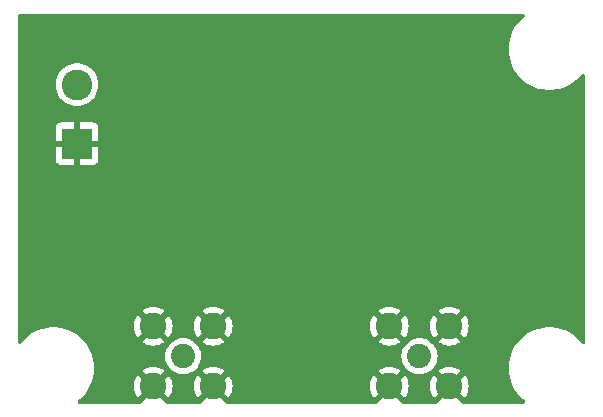
<source format=gbr>
%TF.GenerationSoftware,KiCad,Pcbnew,8.0.2*%
%TF.CreationDate,2025-01-11T01:21:35-03:00*%
%TF.ProjectId,LED,4c45442e-6b69-4636-9164-5f7063625858,rev?*%
%TF.SameCoordinates,Original*%
%TF.FileFunction,Copper,L2,Bot*%
%TF.FilePolarity,Positive*%
%FSLAX46Y46*%
G04 Gerber Fmt 4.6, Leading zero omitted, Abs format (unit mm)*
G04 Created by KiCad (PCBNEW 8.0.2) date 2025-01-11 01:21:35*
%MOMM*%
%LPD*%
G01*
G04 APERTURE LIST*
%TA.AperFunction,ComponentPad*%
%ADD10R,2.600000X2.600000*%
%TD*%
%TA.AperFunction,ComponentPad*%
%ADD11C,2.600000*%
%TD*%
%TA.AperFunction,ComponentPad*%
%ADD12C,2.050000*%
%TD*%
%TA.AperFunction,ComponentPad*%
%ADD13C,2.250000*%
%TD*%
%TA.AperFunction,ViaPad*%
%ADD14C,0.600000*%
%TD*%
G04 APERTURE END LIST*
D10*
%TO.P,J3,1,Pin_1*%
%TO.N,GND*%
X141000000Y-97000000D03*
D11*
%TO.P,J3,2,Pin_2*%
%TO.N,Net-(J3-Pin_2)*%
X141000000Y-92000000D03*
%TD*%
D12*
%TO.P,J2,1,In*%
%TO.N,Net-(J2-In)*%
X150000000Y-115000000D03*
D13*
%TO.P,J2,2,Ext*%
%TO.N,GND*%
X152540000Y-117540000D03*
X147460000Y-117540000D03*
X152540000Y-112460000D03*
X147460000Y-112460000D03*
%TD*%
D12*
%TO.P,J1,1,In*%
%TO.N,Net-(J1-In)*%
X170000000Y-115000000D03*
D13*
%TO.P,J1,2,Ext*%
%TO.N,GND*%
X172540000Y-117540000D03*
X167460000Y-117540000D03*
X172540000Y-112460000D03*
X167460000Y-112460000D03*
%TD*%
D14*
%TO.N,GND*%
X152000000Y-102000000D03*
X171000000Y-102000000D03*
X175000000Y-103000000D03*
X166000000Y-104000000D03*
X148000000Y-101000000D03*
X173000000Y-104000000D03*
X150000000Y-100000000D03*
X165000000Y-103000000D03*
X174000000Y-105000000D03*
X145000000Y-106000000D03*
X148000000Y-102000000D03*
X151000000Y-101000000D03*
X171000000Y-100000000D03*
X172000000Y-103000000D03*
X147000000Y-104000000D03*
X149000000Y-102000000D03*
X148000000Y-103000000D03*
X168000000Y-102000000D03*
X173000000Y-105000000D03*
X146000000Y-105000000D03*
X146000000Y-102000000D03*
X166000000Y-103000000D03*
X167000000Y-104000000D03*
X147000000Y-103000000D03*
X170000000Y-100000000D03*
X145000000Y-104000000D03*
X174000000Y-102000000D03*
X175000000Y-104000000D03*
X169000000Y-100000000D03*
X153000000Y-105000000D03*
X154000000Y-102000000D03*
X150000000Y-104000000D03*
X167000000Y-103000000D03*
X173000000Y-106000000D03*
X147000000Y-101000000D03*
X169000000Y-104000000D03*
X167000000Y-101000000D03*
X146000000Y-104000000D03*
X171000000Y-101000000D03*
X170000000Y-102000000D03*
X148000000Y-100000000D03*
X168000000Y-100000000D03*
X155000000Y-103000000D03*
X146000000Y-106000000D03*
X173000000Y-101000000D03*
X150000000Y-102000000D03*
X152000000Y-100000000D03*
X167000000Y-102000000D03*
X170000000Y-101000000D03*
X166000000Y-102000000D03*
X149000000Y-101000000D03*
X168000000Y-101000000D03*
X169000000Y-102000000D03*
X174000000Y-103000000D03*
X169000000Y-101000000D03*
X149000000Y-104000000D03*
X150000000Y-101000000D03*
X174000000Y-104000000D03*
X145000000Y-103000000D03*
X149000000Y-100000000D03*
X173000000Y-102000000D03*
X152000000Y-104000000D03*
X168000000Y-103000000D03*
X172000000Y-102000000D03*
X175000000Y-105000000D03*
X171000000Y-104000000D03*
X147000000Y-102000000D03*
X167000000Y-105000000D03*
X174000000Y-106000000D03*
X172000000Y-101000000D03*
X151000000Y-102000000D03*
X151000000Y-104000000D03*
X152000000Y-101000000D03*
X147000000Y-105000000D03*
X153000000Y-101000000D03*
X152000000Y-103000000D03*
X147000000Y-106000000D03*
X153000000Y-103000000D03*
X151000000Y-100000000D03*
X165000000Y-104000000D03*
X153000000Y-102000000D03*
X148000000Y-104000000D03*
X173000000Y-103000000D03*
X154000000Y-103000000D03*
X153000000Y-104000000D03*
X170000000Y-104000000D03*
X146000000Y-103000000D03*
X145000000Y-105000000D03*
X175000000Y-106000000D03*
X155000000Y-104000000D03*
X154000000Y-104000000D03*
X172000000Y-100000000D03*
X168000000Y-104000000D03*
X172000000Y-104000000D03*
%TD*%
%TA.AperFunction,Conductor*%
%TO.N,GND*%
G36*
X178877052Y-86019962D02*
G01*
X178931590Y-86074500D01*
X178951552Y-86149000D01*
X178931590Y-86223500D01*
X178892723Y-86267618D01*
X178762912Y-86366297D01*
X178491275Y-86623604D01*
X178249039Y-86908787D01*
X178249038Y-86908788D01*
X178039071Y-87218469D01*
X178039070Y-87218470D01*
X177863815Y-87549036D01*
X177863811Y-87549043D01*
X177725320Y-87896631D01*
X177625221Y-88257151D01*
X177625220Y-88257156D01*
X177564689Y-88626386D01*
X177564688Y-88626396D01*
X177544432Y-88999991D01*
X177544432Y-89000008D01*
X177564688Y-89373603D01*
X177564689Y-89373613D01*
X177625220Y-89742843D01*
X177625221Y-89742848D01*
X177725320Y-90103368D01*
X177863811Y-90450956D01*
X177863815Y-90450963D01*
X178039070Y-90781529D01*
X178039071Y-90781530D01*
X178249038Y-91091211D01*
X178249039Y-91091212D01*
X178249043Y-91091217D01*
X178249046Y-91091221D01*
X178305031Y-91157131D01*
X178491275Y-91376395D01*
X178762912Y-91633702D01*
X179060778Y-91860135D01*
X179381377Y-92053033D01*
X179381381Y-92053035D01*
X179381383Y-92053036D01*
X179720962Y-92210142D01*
X180075538Y-92329613D01*
X180440951Y-92410046D01*
X180812919Y-92450500D01*
X180812928Y-92450500D01*
X181187072Y-92450500D01*
X181187081Y-92450500D01*
X181559049Y-92410046D01*
X181924462Y-92329613D01*
X182279038Y-92210142D01*
X182618617Y-92053036D01*
X182939220Y-91860136D01*
X183237087Y-91633703D01*
X183508727Y-91376392D01*
X183737438Y-91107132D01*
X183800882Y-91063275D01*
X183877756Y-91057015D01*
X183947460Y-91090031D01*
X183991318Y-91153475D01*
X184000000Y-91203593D01*
X184000000Y-113796406D01*
X183980038Y-113870906D01*
X183925500Y-113925444D01*
X183851000Y-113945406D01*
X183776500Y-113925444D01*
X183737438Y-113892867D01*
X183698073Y-113846523D01*
X183508727Y-113623608D01*
X183425399Y-113544676D01*
X183237087Y-113366297D01*
X182939221Y-113139864D01*
X182618622Y-112946966D01*
X182279038Y-112789858D01*
X181924466Y-112670388D01*
X181924463Y-112670387D01*
X181924462Y-112670387D01*
X181795860Y-112642079D01*
X181559050Y-112589954D01*
X181187081Y-112549500D01*
X180812919Y-112549500D01*
X180812918Y-112549500D01*
X180440949Y-112589954D01*
X180440948Y-112589954D01*
X180075533Y-112670388D01*
X179720961Y-112789858D01*
X179381377Y-112946966D01*
X179060778Y-113139864D01*
X178762912Y-113366297D01*
X178491275Y-113623604D01*
X178249039Y-113908787D01*
X178249038Y-113908788D01*
X178039071Y-114218469D01*
X178039070Y-114218470D01*
X177863815Y-114549036D01*
X177863811Y-114549043D01*
X177725320Y-114896631D01*
X177625221Y-115257151D01*
X177625220Y-115257156D01*
X177564689Y-115626386D01*
X177564688Y-115626396D01*
X177544432Y-115999991D01*
X177544432Y-116000008D01*
X177564688Y-116373603D01*
X177564689Y-116373613D01*
X177625220Y-116742843D01*
X177625221Y-116742848D01*
X177725320Y-117103368D01*
X177863811Y-117450956D01*
X177863815Y-117450963D01*
X178039070Y-117781529D01*
X178039071Y-117781530D01*
X178249038Y-118091211D01*
X178249039Y-118091212D01*
X178249043Y-118091217D01*
X178249046Y-118091221D01*
X178305031Y-118157131D01*
X178491275Y-118376395D01*
X178762912Y-118633702D01*
X178892723Y-118732382D01*
X178939951Y-118793360D01*
X178950364Y-118869782D01*
X178921170Y-118941171D01*
X178860192Y-118988399D01*
X178802552Y-119000000D01*
X173651202Y-119000000D01*
X173576702Y-118980038D01*
X173522164Y-118925500D01*
X173503943Y-118857498D01*
X172940561Y-118294115D01*
X172942626Y-118293260D01*
X173081844Y-118200238D01*
X173200238Y-118081844D01*
X173293260Y-117942626D01*
X173294115Y-117940560D01*
X173855466Y-118501911D01*
X173858719Y-118498102D01*
X173858722Y-118498098D01*
X173992361Y-118280018D01*
X173992364Y-118280013D01*
X174090244Y-118043707D01*
X174149955Y-117794997D01*
X174170024Y-117540000D01*
X174149955Y-117285002D01*
X174090244Y-117036292D01*
X173992365Y-116799988D01*
X173858717Y-116581893D01*
X173858713Y-116581888D01*
X173855466Y-116578087D01*
X173294114Y-117139437D01*
X173293260Y-117137374D01*
X173200238Y-116998156D01*
X173081844Y-116879762D01*
X172942626Y-116786740D01*
X172940560Y-116785884D01*
X173501912Y-116224533D01*
X173501911Y-116224532D01*
X173498107Y-116221283D01*
X173280018Y-116087638D01*
X173280013Y-116087635D01*
X173043707Y-115989755D01*
X172794997Y-115930044D01*
X172540000Y-115909975D01*
X172285002Y-115930044D01*
X172036292Y-115989755D01*
X171799986Y-116087635D01*
X171799981Y-116087638D01*
X171581897Y-116221279D01*
X171581896Y-116221280D01*
X171578087Y-116224532D01*
X171578087Y-116224533D01*
X172139438Y-116785884D01*
X172137374Y-116786740D01*
X171998156Y-116879762D01*
X171879762Y-116998156D01*
X171786740Y-117137374D01*
X171785884Y-117139438D01*
X171224533Y-116578087D01*
X171224532Y-116578087D01*
X171221280Y-116581896D01*
X171221279Y-116581897D01*
X171087638Y-116799981D01*
X171087635Y-116799986D01*
X170989755Y-117036292D01*
X170930044Y-117285002D01*
X170909975Y-117540000D01*
X170930044Y-117794997D01*
X170989755Y-118043707D01*
X171087635Y-118280013D01*
X171087638Y-118280018D01*
X171221283Y-118498107D01*
X171224532Y-118501911D01*
X171224533Y-118501912D01*
X171785884Y-117940560D01*
X171786740Y-117942626D01*
X171879762Y-118081844D01*
X171998156Y-118200238D01*
X172137374Y-118293260D01*
X172139438Y-118294114D01*
X171574545Y-118859008D01*
X171560662Y-118920373D01*
X171508309Y-118977011D01*
X171434651Y-118999885D01*
X171428797Y-119000000D01*
X168571202Y-119000000D01*
X168496702Y-118980038D01*
X168442164Y-118925500D01*
X168423943Y-118857498D01*
X167860561Y-118294115D01*
X167862626Y-118293260D01*
X168001844Y-118200238D01*
X168120238Y-118081844D01*
X168213260Y-117942626D01*
X168214115Y-117940560D01*
X168775466Y-118501911D01*
X168778719Y-118498102D01*
X168778722Y-118498098D01*
X168912361Y-118280018D01*
X168912364Y-118280013D01*
X169010244Y-118043707D01*
X169069955Y-117794997D01*
X169090024Y-117540000D01*
X169069955Y-117285002D01*
X169010244Y-117036292D01*
X168912365Y-116799988D01*
X168778717Y-116581893D01*
X168778713Y-116581888D01*
X168775466Y-116578087D01*
X168214114Y-117139437D01*
X168213260Y-117137374D01*
X168120238Y-116998156D01*
X168001844Y-116879762D01*
X167862626Y-116786740D01*
X167860560Y-116785884D01*
X168421912Y-116224533D01*
X168421911Y-116224532D01*
X168418107Y-116221283D01*
X168200018Y-116087638D01*
X168200013Y-116087635D01*
X167963707Y-115989755D01*
X167714997Y-115930044D01*
X167460000Y-115909975D01*
X167205002Y-115930044D01*
X166956292Y-115989755D01*
X166719986Y-116087635D01*
X166719981Y-116087638D01*
X166501897Y-116221279D01*
X166501896Y-116221280D01*
X166498087Y-116224532D01*
X166498087Y-116224533D01*
X167059438Y-116785884D01*
X167057374Y-116786740D01*
X166918156Y-116879762D01*
X166799762Y-116998156D01*
X166706740Y-117137374D01*
X166705884Y-117139438D01*
X166144533Y-116578087D01*
X166144532Y-116578087D01*
X166141280Y-116581896D01*
X166141279Y-116581897D01*
X166007638Y-116799981D01*
X166007635Y-116799986D01*
X165909755Y-117036292D01*
X165850044Y-117285002D01*
X165829975Y-117540000D01*
X165850044Y-117794997D01*
X165909755Y-118043707D01*
X166007635Y-118280013D01*
X166007638Y-118280018D01*
X166141283Y-118498107D01*
X166144532Y-118501911D01*
X166144533Y-118501912D01*
X166705884Y-117940560D01*
X166706740Y-117942626D01*
X166799762Y-118081844D01*
X166918156Y-118200238D01*
X167057374Y-118293260D01*
X167059438Y-118294114D01*
X166494545Y-118859008D01*
X166480662Y-118920373D01*
X166428309Y-118977011D01*
X166354651Y-118999885D01*
X166348797Y-119000000D01*
X153651202Y-119000000D01*
X153576702Y-118980038D01*
X153522164Y-118925500D01*
X153503943Y-118857498D01*
X152940561Y-118294115D01*
X152942626Y-118293260D01*
X153081844Y-118200238D01*
X153200238Y-118081844D01*
X153293260Y-117942626D01*
X153294115Y-117940560D01*
X153855466Y-118501911D01*
X153858719Y-118498102D01*
X153858722Y-118498098D01*
X153992361Y-118280018D01*
X153992364Y-118280013D01*
X154090244Y-118043707D01*
X154149955Y-117794997D01*
X154170024Y-117540000D01*
X154149955Y-117285002D01*
X154090244Y-117036292D01*
X153992365Y-116799988D01*
X153858717Y-116581893D01*
X153858713Y-116581888D01*
X153855466Y-116578087D01*
X153294114Y-117139437D01*
X153293260Y-117137374D01*
X153200238Y-116998156D01*
X153081844Y-116879762D01*
X152942626Y-116786740D01*
X152940560Y-116785884D01*
X153501912Y-116224533D01*
X153501911Y-116224532D01*
X153498107Y-116221283D01*
X153280018Y-116087638D01*
X153280013Y-116087635D01*
X153043707Y-115989755D01*
X152794997Y-115930044D01*
X152540000Y-115909975D01*
X152285002Y-115930044D01*
X152036292Y-115989755D01*
X151799986Y-116087635D01*
X151799981Y-116087638D01*
X151581897Y-116221279D01*
X151581896Y-116221280D01*
X151578087Y-116224532D01*
X151578087Y-116224533D01*
X152139438Y-116785884D01*
X152137374Y-116786740D01*
X151998156Y-116879762D01*
X151879762Y-116998156D01*
X151786740Y-117137374D01*
X151785884Y-117139438D01*
X151224533Y-116578087D01*
X151224532Y-116578087D01*
X151221280Y-116581896D01*
X151221279Y-116581897D01*
X151087638Y-116799981D01*
X151087635Y-116799986D01*
X150989755Y-117036292D01*
X150930044Y-117285002D01*
X150909975Y-117540000D01*
X150930044Y-117794997D01*
X150989755Y-118043707D01*
X151087635Y-118280013D01*
X151087638Y-118280018D01*
X151221283Y-118498107D01*
X151224532Y-118501911D01*
X151224533Y-118501912D01*
X151785884Y-117940560D01*
X151786740Y-117942626D01*
X151879762Y-118081844D01*
X151998156Y-118200238D01*
X152137374Y-118293260D01*
X152139438Y-118294114D01*
X151574545Y-118859008D01*
X151560662Y-118920373D01*
X151508309Y-118977011D01*
X151434651Y-118999885D01*
X151428797Y-119000000D01*
X148571202Y-119000000D01*
X148496702Y-118980038D01*
X148442164Y-118925500D01*
X148423943Y-118857498D01*
X147860561Y-118294115D01*
X147862626Y-118293260D01*
X148001844Y-118200238D01*
X148120238Y-118081844D01*
X148213260Y-117942626D01*
X148214115Y-117940560D01*
X148775466Y-118501911D01*
X148778719Y-118498102D01*
X148778722Y-118498098D01*
X148912361Y-118280018D01*
X148912364Y-118280013D01*
X149010244Y-118043707D01*
X149069955Y-117794997D01*
X149090024Y-117540000D01*
X149069955Y-117285002D01*
X149010244Y-117036292D01*
X148912365Y-116799988D01*
X148778717Y-116581893D01*
X148778713Y-116581888D01*
X148775466Y-116578087D01*
X148214114Y-117139437D01*
X148213260Y-117137374D01*
X148120238Y-116998156D01*
X148001844Y-116879762D01*
X147862626Y-116786740D01*
X147860560Y-116785884D01*
X148421912Y-116224533D01*
X148421911Y-116224532D01*
X148418107Y-116221283D01*
X148200018Y-116087638D01*
X148200013Y-116087635D01*
X147963707Y-115989755D01*
X147714997Y-115930044D01*
X147460000Y-115909975D01*
X147205002Y-115930044D01*
X146956292Y-115989755D01*
X146719986Y-116087635D01*
X146719981Y-116087638D01*
X146501897Y-116221279D01*
X146501896Y-116221280D01*
X146498087Y-116224532D01*
X146498087Y-116224533D01*
X147059438Y-116785884D01*
X147057374Y-116786740D01*
X146918156Y-116879762D01*
X146799762Y-116998156D01*
X146706740Y-117137374D01*
X146705884Y-117139438D01*
X146144533Y-116578087D01*
X146144532Y-116578087D01*
X146141280Y-116581896D01*
X146141279Y-116581897D01*
X146007638Y-116799981D01*
X146007635Y-116799986D01*
X145909755Y-117036292D01*
X145850044Y-117285002D01*
X145829975Y-117540000D01*
X145850044Y-117794997D01*
X145909755Y-118043707D01*
X146007635Y-118280013D01*
X146007638Y-118280018D01*
X146141283Y-118498107D01*
X146144532Y-118501911D01*
X146144533Y-118501912D01*
X146705884Y-117940560D01*
X146706740Y-117942626D01*
X146799762Y-118081844D01*
X146918156Y-118200238D01*
X147057374Y-118293260D01*
X147059438Y-118294114D01*
X146494545Y-118859008D01*
X146480662Y-118920373D01*
X146428309Y-118977011D01*
X146354651Y-118999885D01*
X146348797Y-119000000D01*
X141197448Y-119000000D01*
X141122948Y-118980038D01*
X141068410Y-118925500D01*
X141048448Y-118851000D01*
X141068410Y-118776500D01*
X141107277Y-118732382D01*
X141237087Y-118633703D01*
X141508727Y-118376392D01*
X141750954Y-118091221D01*
X141960928Y-117781531D01*
X142136189Y-117450955D01*
X142274680Y-117103368D01*
X142374779Y-116742845D01*
X142435311Y-116373613D01*
X142449347Y-116114734D01*
X142455568Y-116000008D01*
X142455568Y-115999991D01*
X142439015Y-115694700D01*
X142435311Y-115626387D01*
X142374779Y-115257155D01*
X142303380Y-115000000D01*
X148469783Y-115000000D01*
X148488623Y-115239382D01*
X148488625Y-115239389D01*
X148544673Y-115472851D01*
X148544676Y-115472860D01*
X148636564Y-115694698D01*
X148636565Y-115694700D01*
X148762029Y-115899441D01*
X148847915Y-116000000D01*
X148917973Y-116082027D01*
X149009267Y-116159999D01*
X149100558Y-116237970D01*
X149100560Y-116237971D01*
X149100561Y-116237972D01*
X149305296Y-116363433D01*
X149527137Y-116455323D01*
X149527144Y-116455324D01*
X149527148Y-116455326D01*
X149643879Y-116483350D01*
X149760621Y-116511377D01*
X150000000Y-116530217D01*
X150239379Y-116511377D01*
X150472863Y-116455323D01*
X150694704Y-116363433D01*
X150899439Y-116237972D01*
X151082027Y-116082027D01*
X151237972Y-115899439D01*
X151363433Y-115694704D01*
X151455323Y-115472863D01*
X151511377Y-115239379D01*
X151530217Y-115000000D01*
X168469783Y-115000000D01*
X168488623Y-115239382D01*
X168488625Y-115239389D01*
X168544673Y-115472851D01*
X168544676Y-115472860D01*
X168636564Y-115694698D01*
X168636565Y-115694700D01*
X168762029Y-115899441D01*
X168847915Y-116000000D01*
X168917973Y-116082027D01*
X169009267Y-116159999D01*
X169100558Y-116237970D01*
X169100560Y-116237971D01*
X169100561Y-116237972D01*
X169305296Y-116363433D01*
X169527137Y-116455323D01*
X169527144Y-116455324D01*
X169527148Y-116455326D01*
X169643879Y-116483350D01*
X169760621Y-116511377D01*
X170000000Y-116530217D01*
X170239379Y-116511377D01*
X170472863Y-116455323D01*
X170694704Y-116363433D01*
X170899439Y-116237972D01*
X171082027Y-116082027D01*
X171237972Y-115899439D01*
X171363433Y-115694704D01*
X171455323Y-115472863D01*
X171511377Y-115239379D01*
X171530217Y-115000000D01*
X171511377Y-114760621D01*
X171460582Y-114549043D01*
X171455326Y-114527148D01*
X171455323Y-114527139D01*
X171455323Y-114527137D01*
X171363433Y-114305296D01*
X171237972Y-114100561D01*
X171237971Y-114100560D01*
X171237970Y-114100558D01*
X171103388Y-113942984D01*
X171082027Y-113917973D01*
X170998370Y-113846523D01*
X170899441Y-113762029D01*
X170781398Y-113689693D01*
X170694704Y-113636567D01*
X170694701Y-113636566D01*
X170694700Y-113636565D01*
X170694698Y-113636564D01*
X170541115Y-113572948D01*
X170472863Y-113544677D01*
X170472861Y-113544676D01*
X170472860Y-113544676D01*
X170472851Y-113544673D01*
X170239389Y-113488625D01*
X170239382Y-113488623D01*
X170000000Y-113469783D01*
X169760617Y-113488623D01*
X169760610Y-113488625D01*
X169527148Y-113544673D01*
X169527139Y-113544676D01*
X169305301Y-113636564D01*
X169305299Y-113636565D01*
X169100558Y-113762029D01*
X168917976Y-113917970D01*
X168917970Y-113917976D01*
X168762029Y-114100558D01*
X168636565Y-114305299D01*
X168636564Y-114305301D01*
X168544676Y-114527139D01*
X168544673Y-114527148D01*
X168488625Y-114760610D01*
X168488623Y-114760617D01*
X168469783Y-115000000D01*
X151530217Y-115000000D01*
X151511377Y-114760621D01*
X151460582Y-114549043D01*
X151455326Y-114527148D01*
X151455323Y-114527139D01*
X151455323Y-114527137D01*
X151363433Y-114305296D01*
X151237972Y-114100561D01*
X151237971Y-114100560D01*
X151237970Y-114100558D01*
X151103388Y-113942984D01*
X151082027Y-113917973D01*
X150998370Y-113846523D01*
X150899441Y-113762029D01*
X150781398Y-113689693D01*
X150694704Y-113636567D01*
X150694701Y-113636566D01*
X150694700Y-113636565D01*
X150694698Y-113636564D01*
X150541115Y-113572948D01*
X150472863Y-113544677D01*
X150472861Y-113544676D01*
X150472860Y-113544676D01*
X150472851Y-113544673D01*
X150239389Y-113488625D01*
X150239382Y-113488623D01*
X150000000Y-113469783D01*
X149760617Y-113488623D01*
X149760610Y-113488625D01*
X149527148Y-113544673D01*
X149527139Y-113544676D01*
X149305301Y-113636564D01*
X149305299Y-113636565D01*
X149100558Y-113762029D01*
X148917976Y-113917970D01*
X148917970Y-113917976D01*
X148762029Y-114100558D01*
X148636565Y-114305299D01*
X148636564Y-114305301D01*
X148544676Y-114527139D01*
X148544673Y-114527148D01*
X148488625Y-114760610D01*
X148488623Y-114760617D01*
X148469783Y-115000000D01*
X142303380Y-115000000D01*
X142274680Y-114896632D01*
X142136189Y-114549045D01*
X142006961Y-114305296D01*
X141960929Y-114218470D01*
X141960928Y-114218469D01*
X141750961Y-113908788D01*
X141750960Y-113908787D01*
X141750957Y-113908783D01*
X141750954Y-113908779D01*
X141589469Y-113718665D01*
X141508724Y-113623604D01*
X141237087Y-113366297D01*
X140939221Y-113139864D01*
X140618622Y-112946966D01*
X140279038Y-112789858D01*
X139924466Y-112670388D01*
X139924463Y-112670387D01*
X139924462Y-112670387D01*
X139795860Y-112642079D01*
X139559050Y-112589954D01*
X139187081Y-112549500D01*
X138812919Y-112549500D01*
X138812918Y-112549500D01*
X138440949Y-112589954D01*
X138440948Y-112589954D01*
X138075533Y-112670388D01*
X137720961Y-112789858D01*
X137381377Y-112946966D01*
X137060778Y-113139864D01*
X136762912Y-113366297D01*
X136491275Y-113623605D01*
X136262562Y-113892867D01*
X136199117Y-113936724D01*
X136122244Y-113942984D01*
X136052539Y-113909968D01*
X136008682Y-113846523D01*
X136000000Y-113796406D01*
X136000000Y-112460000D01*
X145829975Y-112460000D01*
X145850044Y-112714997D01*
X145909755Y-112963707D01*
X146007635Y-113200013D01*
X146007638Y-113200018D01*
X146141283Y-113418107D01*
X146144532Y-113421911D01*
X146144533Y-113421912D01*
X146705884Y-112860560D01*
X146706740Y-112862626D01*
X146799762Y-113001844D01*
X146918156Y-113120238D01*
X147057374Y-113213260D01*
X147059438Y-113214114D01*
X146498087Y-113775466D01*
X146498087Y-113775467D01*
X146501888Y-113778713D01*
X146501893Y-113778717D01*
X146719988Y-113912365D01*
X146956292Y-114010244D01*
X147205002Y-114069955D01*
X147460000Y-114090024D01*
X147714997Y-114069955D01*
X147963707Y-114010244D01*
X148200013Y-113912364D01*
X148200018Y-113912361D01*
X148418098Y-113778722D01*
X148418102Y-113778719D01*
X148421911Y-113775466D01*
X147860561Y-113214115D01*
X147862626Y-113213260D01*
X148001844Y-113120238D01*
X148120238Y-113001844D01*
X148213260Y-112862626D01*
X148214115Y-112860560D01*
X148775466Y-113421911D01*
X148778719Y-113418102D01*
X148778722Y-113418098D01*
X148912361Y-113200018D01*
X148912364Y-113200013D01*
X149010244Y-112963707D01*
X149069955Y-112714997D01*
X149090024Y-112460000D01*
X150909975Y-112460000D01*
X150930044Y-112714997D01*
X150989755Y-112963707D01*
X151087635Y-113200013D01*
X151087638Y-113200018D01*
X151221283Y-113418107D01*
X151224532Y-113421911D01*
X151224533Y-113421912D01*
X151785884Y-112860560D01*
X151786740Y-112862626D01*
X151879762Y-113001844D01*
X151998156Y-113120238D01*
X152137374Y-113213260D01*
X152139438Y-113214114D01*
X151578087Y-113775466D01*
X151578087Y-113775467D01*
X151581888Y-113778713D01*
X151581893Y-113778717D01*
X151799988Y-113912365D01*
X152036292Y-114010244D01*
X152285002Y-114069955D01*
X152540000Y-114090024D01*
X152794997Y-114069955D01*
X153043707Y-114010244D01*
X153280013Y-113912364D01*
X153280018Y-113912361D01*
X153498098Y-113778722D01*
X153498102Y-113778719D01*
X153501911Y-113775466D01*
X152940561Y-113214115D01*
X152942626Y-113213260D01*
X153081844Y-113120238D01*
X153200238Y-113001844D01*
X153293260Y-112862626D01*
X153294115Y-112860560D01*
X153855466Y-113421911D01*
X153858719Y-113418102D01*
X153858722Y-113418098D01*
X153992361Y-113200018D01*
X153992364Y-113200013D01*
X154090244Y-112963707D01*
X154149955Y-112714997D01*
X154170024Y-112460000D01*
X165829975Y-112460000D01*
X165850044Y-112714997D01*
X165909755Y-112963707D01*
X166007635Y-113200013D01*
X166007638Y-113200018D01*
X166141283Y-113418107D01*
X166144532Y-113421911D01*
X166144533Y-113421912D01*
X166705884Y-112860560D01*
X166706740Y-112862626D01*
X166799762Y-113001844D01*
X166918156Y-113120238D01*
X167057374Y-113213260D01*
X167059438Y-113214114D01*
X166498087Y-113775466D01*
X166498087Y-113775467D01*
X166501888Y-113778713D01*
X166501893Y-113778717D01*
X166719988Y-113912365D01*
X166956292Y-114010244D01*
X167205002Y-114069955D01*
X167460000Y-114090024D01*
X167714997Y-114069955D01*
X167963707Y-114010244D01*
X168200013Y-113912364D01*
X168200018Y-113912361D01*
X168418098Y-113778722D01*
X168418102Y-113778719D01*
X168421911Y-113775466D01*
X167860561Y-113214115D01*
X167862626Y-113213260D01*
X168001844Y-113120238D01*
X168120238Y-113001844D01*
X168213260Y-112862626D01*
X168214115Y-112860560D01*
X168775466Y-113421911D01*
X168778719Y-113418102D01*
X168778722Y-113418098D01*
X168912361Y-113200018D01*
X168912364Y-113200013D01*
X169010244Y-112963707D01*
X169069955Y-112714997D01*
X169090024Y-112460000D01*
X170909975Y-112460000D01*
X170930044Y-112714997D01*
X170989755Y-112963707D01*
X171087635Y-113200013D01*
X171087638Y-113200018D01*
X171221283Y-113418107D01*
X171224532Y-113421911D01*
X171224533Y-113421912D01*
X171785884Y-112860560D01*
X171786740Y-112862626D01*
X171879762Y-113001844D01*
X171998156Y-113120238D01*
X172137374Y-113213260D01*
X172139438Y-113214114D01*
X171578087Y-113775466D01*
X171578087Y-113775467D01*
X171581888Y-113778713D01*
X171581893Y-113778717D01*
X171799988Y-113912365D01*
X172036292Y-114010244D01*
X172285002Y-114069955D01*
X172540000Y-114090024D01*
X172794997Y-114069955D01*
X173043707Y-114010244D01*
X173280013Y-113912364D01*
X173280018Y-113912361D01*
X173498098Y-113778722D01*
X173498102Y-113778719D01*
X173501911Y-113775466D01*
X172940561Y-113214115D01*
X172942626Y-113213260D01*
X173081844Y-113120238D01*
X173200238Y-113001844D01*
X173293260Y-112862626D01*
X173294115Y-112860560D01*
X173855466Y-113421911D01*
X173858719Y-113418102D01*
X173858722Y-113418098D01*
X173992361Y-113200018D01*
X173992364Y-113200013D01*
X174090244Y-112963707D01*
X174149955Y-112714997D01*
X174170024Y-112460000D01*
X174149955Y-112205002D01*
X174090244Y-111956292D01*
X173992365Y-111719988D01*
X173858717Y-111501893D01*
X173858713Y-111501888D01*
X173855466Y-111498087D01*
X173294114Y-112059437D01*
X173293260Y-112057374D01*
X173200238Y-111918156D01*
X173081844Y-111799762D01*
X172942626Y-111706740D01*
X172940560Y-111705884D01*
X173501912Y-111144533D01*
X173501911Y-111144532D01*
X173498107Y-111141283D01*
X173280018Y-111007638D01*
X173280013Y-111007635D01*
X173043707Y-110909755D01*
X172794997Y-110850044D01*
X172540000Y-110829975D01*
X172285002Y-110850044D01*
X172036292Y-110909755D01*
X171799986Y-111007635D01*
X171799981Y-111007638D01*
X171581897Y-111141279D01*
X171581896Y-111141280D01*
X171578087Y-111144532D01*
X171578087Y-111144533D01*
X172139438Y-111705884D01*
X172137374Y-111706740D01*
X171998156Y-111799762D01*
X171879762Y-111918156D01*
X171786740Y-112057374D01*
X171785884Y-112059438D01*
X171224533Y-111498087D01*
X171224532Y-111498087D01*
X171221280Y-111501896D01*
X171221279Y-111501897D01*
X171087638Y-111719981D01*
X171087635Y-111719986D01*
X170989755Y-111956292D01*
X170930044Y-112205002D01*
X170909975Y-112460000D01*
X169090024Y-112460000D01*
X169069955Y-112205002D01*
X169010244Y-111956292D01*
X168912365Y-111719988D01*
X168778717Y-111501893D01*
X168778713Y-111501888D01*
X168775466Y-111498087D01*
X168214114Y-112059437D01*
X168213260Y-112057374D01*
X168120238Y-111918156D01*
X168001844Y-111799762D01*
X167862626Y-111706740D01*
X167860560Y-111705884D01*
X168421912Y-111144533D01*
X168421911Y-111144532D01*
X168418107Y-111141283D01*
X168200018Y-111007638D01*
X168200013Y-111007635D01*
X167963707Y-110909755D01*
X167714997Y-110850044D01*
X167460000Y-110829975D01*
X167205002Y-110850044D01*
X166956292Y-110909755D01*
X166719986Y-111007635D01*
X166719981Y-111007638D01*
X166501897Y-111141279D01*
X166501896Y-111141280D01*
X166498087Y-111144532D01*
X166498087Y-111144533D01*
X167059438Y-111705884D01*
X167057374Y-111706740D01*
X166918156Y-111799762D01*
X166799762Y-111918156D01*
X166706740Y-112057374D01*
X166705884Y-112059438D01*
X166144533Y-111498087D01*
X166144532Y-111498087D01*
X166141280Y-111501896D01*
X166141279Y-111501897D01*
X166007638Y-111719981D01*
X166007635Y-111719986D01*
X165909755Y-111956292D01*
X165850044Y-112205002D01*
X165829975Y-112460000D01*
X154170024Y-112460000D01*
X154149955Y-112205002D01*
X154090244Y-111956292D01*
X153992365Y-111719988D01*
X153858717Y-111501893D01*
X153858713Y-111501888D01*
X153855466Y-111498087D01*
X153294114Y-112059437D01*
X153293260Y-112057374D01*
X153200238Y-111918156D01*
X153081844Y-111799762D01*
X152942626Y-111706740D01*
X152940560Y-111705884D01*
X153501912Y-111144533D01*
X153501911Y-111144532D01*
X153498107Y-111141283D01*
X153280018Y-111007638D01*
X153280013Y-111007635D01*
X153043707Y-110909755D01*
X152794997Y-110850044D01*
X152540000Y-110829975D01*
X152285002Y-110850044D01*
X152036292Y-110909755D01*
X151799986Y-111007635D01*
X151799981Y-111007638D01*
X151581897Y-111141279D01*
X151581896Y-111141280D01*
X151578087Y-111144532D01*
X151578087Y-111144533D01*
X152139438Y-111705884D01*
X152137374Y-111706740D01*
X151998156Y-111799762D01*
X151879762Y-111918156D01*
X151786740Y-112057374D01*
X151785884Y-112059438D01*
X151224533Y-111498087D01*
X151224532Y-111498087D01*
X151221280Y-111501896D01*
X151221279Y-111501897D01*
X151087638Y-111719981D01*
X151087635Y-111719986D01*
X150989755Y-111956292D01*
X150930044Y-112205002D01*
X150909975Y-112460000D01*
X149090024Y-112460000D01*
X149069955Y-112205002D01*
X149010244Y-111956292D01*
X148912365Y-111719988D01*
X148778717Y-111501893D01*
X148778713Y-111501888D01*
X148775466Y-111498087D01*
X148214114Y-112059437D01*
X148213260Y-112057374D01*
X148120238Y-111918156D01*
X148001844Y-111799762D01*
X147862626Y-111706740D01*
X147860560Y-111705884D01*
X148421912Y-111144533D01*
X148421911Y-111144532D01*
X148418107Y-111141283D01*
X148200018Y-111007638D01*
X148200013Y-111007635D01*
X147963707Y-110909755D01*
X147714997Y-110850044D01*
X147460000Y-110829975D01*
X147205002Y-110850044D01*
X146956292Y-110909755D01*
X146719986Y-111007635D01*
X146719981Y-111007638D01*
X146501897Y-111141279D01*
X146501896Y-111141280D01*
X146498087Y-111144532D01*
X146498087Y-111144533D01*
X147059438Y-111705884D01*
X147057374Y-111706740D01*
X146918156Y-111799762D01*
X146799762Y-111918156D01*
X146706740Y-112057374D01*
X146705884Y-112059438D01*
X146144533Y-111498087D01*
X146144532Y-111498087D01*
X146141280Y-111501896D01*
X146141279Y-111501897D01*
X146007638Y-111719981D01*
X146007635Y-111719986D01*
X145909755Y-111956292D01*
X145850044Y-112205002D01*
X145829975Y-112460000D01*
X136000000Y-112460000D01*
X136000000Y-95652177D01*
X139200000Y-95652177D01*
X139200000Y-96750000D01*
X140399999Y-96750000D01*
X140374979Y-96810402D01*
X140350000Y-96935981D01*
X140350000Y-97064019D01*
X140374979Y-97189598D01*
X140399999Y-97250000D01*
X139200000Y-97250000D01*
X139200000Y-98347822D01*
X139200001Y-98347842D01*
X139206401Y-98407377D01*
X139256645Y-98542084D01*
X139256650Y-98542094D01*
X139342809Y-98657187D01*
X139342812Y-98657190D01*
X139457905Y-98743349D01*
X139457915Y-98743354D01*
X139592623Y-98793598D01*
X139592621Y-98793598D01*
X139652157Y-98799998D01*
X139652177Y-98800000D01*
X140750000Y-98800000D01*
X140750000Y-97600001D01*
X140810402Y-97625021D01*
X140935981Y-97650000D01*
X141064019Y-97650000D01*
X141189598Y-97625021D01*
X141250000Y-97600001D01*
X141250000Y-98800000D01*
X142347823Y-98800000D01*
X142347842Y-98799998D01*
X142407377Y-98793598D01*
X142542084Y-98743354D01*
X142542094Y-98743349D01*
X142657187Y-98657190D01*
X142657190Y-98657187D01*
X142743349Y-98542094D01*
X142743354Y-98542084D01*
X142793598Y-98407377D01*
X142799998Y-98347842D01*
X142800000Y-98347822D01*
X142800000Y-97250000D01*
X141600001Y-97250000D01*
X141625021Y-97189598D01*
X141650000Y-97064019D01*
X141650000Y-96935981D01*
X141625021Y-96810402D01*
X141600001Y-96750000D01*
X142800000Y-96750000D01*
X142800000Y-95652177D01*
X142799998Y-95652157D01*
X142793598Y-95592622D01*
X142743354Y-95457915D01*
X142743349Y-95457905D01*
X142657190Y-95342812D01*
X142657187Y-95342809D01*
X142542094Y-95256650D01*
X142542084Y-95256645D01*
X142407376Y-95206401D01*
X142407378Y-95206401D01*
X142347842Y-95200001D01*
X142347823Y-95200000D01*
X141250000Y-95200000D01*
X141250000Y-96399998D01*
X141189598Y-96374979D01*
X141064019Y-96350000D01*
X140935981Y-96350000D01*
X140810402Y-96374979D01*
X140750000Y-96399998D01*
X140750000Y-95200000D01*
X139652177Y-95200000D01*
X139652157Y-95200001D01*
X139592622Y-95206401D01*
X139457915Y-95256645D01*
X139457905Y-95256650D01*
X139342812Y-95342809D01*
X139342809Y-95342812D01*
X139256650Y-95457905D01*
X139256645Y-95457915D01*
X139206401Y-95592622D01*
X139200001Y-95652157D01*
X139200000Y-95652177D01*
X136000000Y-95652177D01*
X136000000Y-91999994D01*
X139194451Y-91999994D01*
X139194451Y-92000005D01*
X139214615Y-92269090D01*
X139214618Y-92269113D01*
X139274663Y-92532187D01*
X139274665Y-92532194D01*
X139373255Y-92783393D01*
X139373257Y-92783398D01*
X139508185Y-93017102D01*
X139676439Y-93228085D01*
X139874259Y-93411635D01*
X140097226Y-93563651D01*
X140340359Y-93680738D01*
X140598228Y-93760280D01*
X140865071Y-93800500D01*
X140865074Y-93800500D01*
X141134926Y-93800500D01*
X141134929Y-93800500D01*
X141401772Y-93760280D01*
X141659641Y-93680738D01*
X141902775Y-93563651D01*
X142125741Y-93411635D01*
X142323561Y-93228085D01*
X142491815Y-93017102D01*
X142626743Y-92783398D01*
X142725334Y-92532195D01*
X142725336Y-92532187D01*
X142785381Y-92269113D01*
X142785381Y-92269110D01*
X142785383Y-92269103D01*
X142785384Y-92269090D01*
X142805549Y-92000005D01*
X142805549Y-91999994D01*
X142785384Y-91730909D01*
X142785383Y-91730907D01*
X142785383Y-91730897D01*
X142785381Y-91730891D01*
X142785381Y-91730886D01*
X142725336Y-91467812D01*
X142725334Y-91467805D01*
X142689458Y-91376395D01*
X142626743Y-91216602D01*
X142491815Y-90982898D01*
X142323561Y-90771915D01*
X142125741Y-90588365D01*
X141902775Y-90436349D01*
X141902772Y-90436348D01*
X141902770Y-90436346D01*
X141659650Y-90319266D01*
X141659646Y-90319264D01*
X141659641Y-90319262D01*
X141659633Y-90319259D01*
X141659629Y-90319258D01*
X141401777Y-90239721D01*
X141401773Y-90239720D01*
X141134932Y-90199500D01*
X141134929Y-90199500D01*
X140865071Y-90199500D01*
X140865067Y-90199500D01*
X140598226Y-90239720D01*
X140598222Y-90239721D01*
X140340370Y-90319258D01*
X140340349Y-90319266D01*
X140097227Y-90436348D01*
X139874259Y-90588364D01*
X139676438Y-90771915D01*
X139508189Y-90982892D01*
X139508184Y-90982900D01*
X139373257Y-91216601D01*
X139373255Y-91216606D01*
X139274665Y-91467805D01*
X139274663Y-91467812D01*
X139214618Y-91730886D01*
X139214615Y-91730909D01*
X139194451Y-91999994D01*
X136000000Y-91999994D01*
X136000000Y-86149000D01*
X136019962Y-86074500D01*
X136074500Y-86019962D01*
X136149000Y-86000000D01*
X178802552Y-86000000D01*
X178877052Y-86019962D01*
G37*
%TD.AperFunction*%
%TD*%
M02*

</source>
